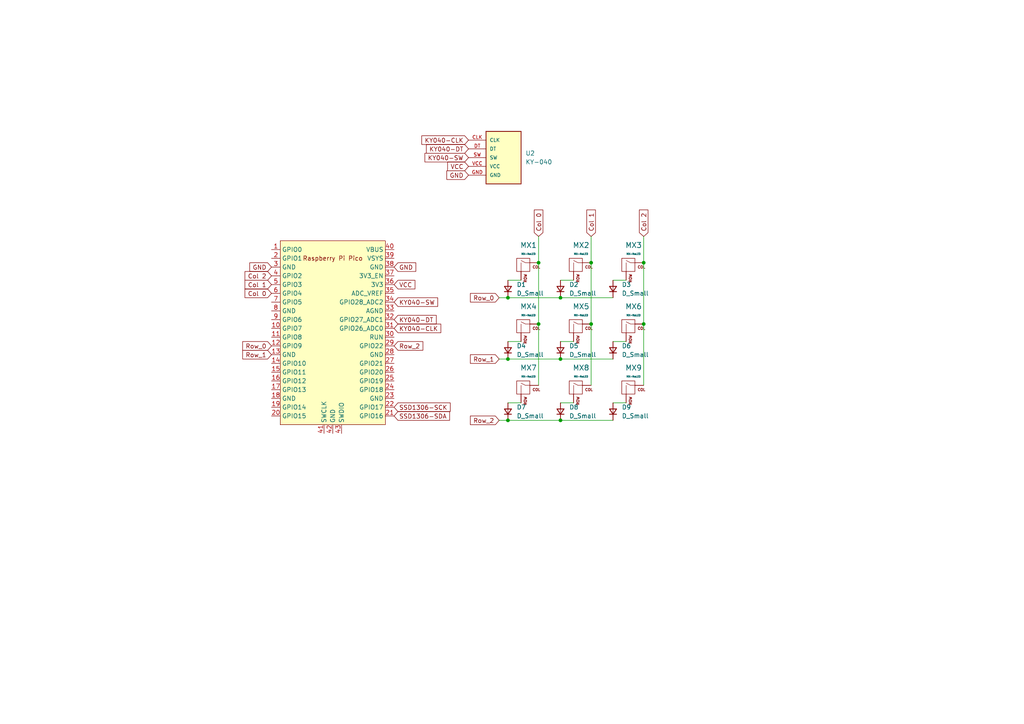
<source format=kicad_sch>
(kicad_sch (version 20230121) (generator eeschema)
  (paper "A4")
  (lib_symbols
    (symbol "Device:D_Small" (pin_numbers hide) (pin_names (offset 0.254) hide)
      (property "Reference" "D" (at -1.27 2.032 0))
      (property "Value" "D_Small" (at -3.81 -2.032 0))
      (symbol "D_Small_0_1"
        (polyline (pts (xy -0.762 -1.016) (xy -0.762 1.016)) (stroke (width 0.254)))
        (polyline (pts (xy -0.762 0) (xy 0.762 0)))
        (polyline (pts (xy 0.762 -1.016) (xy -0.762 0) (xy 0.762 1.016) (xy 0.762 -1.016)) (stroke (width 0.254)))
      )
      (symbol "D_Small_1_1"
        (pin passive line (at -2.54 0 0) (length 1.778) (name "K") (number "1"))
        (pin passive line (at 2.54 0 180) (length 1.778) (name "A") (number "2"))
      )
    )
    (symbol "KY-040:KY-040" (pin_names (offset 1.016))
      (property "Reference" "U" (at -5.08 10.16 0))
      (property "Value" "KY-040" (at -5.08 -12.7 0))
      (symbol "KY-040_0_0"
        (rectangle (start -5.08 -7.62) (end 5.08 7.62) (stroke (width 0.254)) (fill (type background)))
        (pin output line (at -10.16 5.08 0) (length 5.08) (name "CLK") (number "CLK"))
        (pin output line (at -10.16 2.54 0) (length 5.08) (name "DT") (number "DT"))
        (pin power_in line (at -10.16 -5.08 0) (length 5.08) (name "GND") (number "GND"))
        (pin output line (at -10.16 0 0) (length 5.08) (name "SW") (number "SW"))
        (pin power_in line (at -10.16 -2.54 0) (length 5.08) (name "VCC") (number "VCC"))
      )
    )
    (symbol "MCU_RaspberryPi_and_Boards:Pico"
      (property "Reference" "U" (at -13.97 27.94 0))
      (property "Value" "Pico" (at 0 19.05 0))
      (symbol "Pico_0_0"
        (text "Raspberry Pi Pico" (at 0 21.59 0) (effects (font (size 1.27 1.27))))
      )
      (symbol "Pico_0_1"
        (rectangle (start -15.24 26.67) (end 15.24 -26.67) (fill (type background)))
      )
      (symbol "Pico_1_1"
        (pin bidirectional line (at -17.78 24.13 0) (length 2.54) (name "GPIO0") (number "1"))
        (pin bidirectional line (at -17.78 1.27 0) (length 2.54) (name "GPIO7") (number "10"))
        (pin bidirectional line (at -17.78 -1.27 0) (length 2.54) (name "GPIO8") (number "11"))
        (pin bidirectional line (at -17.78 -3.81 0) (length 2.54) (name "GPIO9") (number "12"))
        (pin power_in line (at -17.78 -6.35 0) (length 2.54) (name "GND") (number "13"))
        (pin bidirectional line (at -17.78 -8.89 0) (length 2.54) (name "GPIO10") (number "14"))
        (pin bidirectional line (at -17.78 -11.43 0) (length 2.54) (name "GPIO11") (number "15"))
        (pin bidirectional line (at -17.78 -13.97 0) (length 2.54) (name "GPIO12") (number "16"))
        (pin bidirectional line (at -17.78 -16.51 0) (length 2.54) (name "GPIO13") (number "17"))
        (pin power_in line (at -17.78 -19.05 0) (length 2.54) (name "GND") (number "18"))
        (pin bidirectional line (at -17.78 -21.59 0) (length 2.54) (name "GPIO14") (number "19"))
        (pin bidirectional line (at -17.78 21.59 0) (length 2.54) (name "GPIO1") (number "2"))
        (pin bidirectional line (at -17.78 -24.13 0) (length 2.54) (name "GPIO15") (number "20"))
        (pin bidirectional line (at 17.78 -24.13 180) (length 2.54) (name "GPIO16") (number "21"))
        (pin bidirectional line (at 17.78 -21.59 180) (length 2.54) (name "GPIO17") (number "22"))
        (pin power_in line (at 17.78 -19.05 180) (length 2.54) (name "GND") (number "23"))
        (pin bidirectional line (at 17.78 -16.51 180) (length 2.54) (name "GPIO18") (number "24"))
        (pin bidirectional line (at 17.78 -13.97 180) (length 2.54) (name "GPIO19") (number "25"))
        (pin bidirectional line (at 17.78 -11.43 180) (length 2.54) (name "GPIO20") (number "26"))
        (pin bidirectional line (at 17.78 -8.89 180) (length 2.54) (name "GPIO21") (number "27"))
        (pin power_in line (at 17.78 -6.35 180) (length 2.54) (name "GND") (number "28"))
        (pin bidirectional line (at 17.78 -3.81 180) (length 2.54) (name "GPIO22") (number "29"))
        (pin power_in line (at -17.78 19.05 0) (length 2.54) (name "GND") (number "3"))
        (pin input line (at 17.78 -1.27 180) (length 2.54) (name "RUN") (number "30"))
        (pin bidirectional line (at 17.78 1.27 180) (length 2.54) (name "GPIO26_ADC0") (number "31"))
        (pin bidirectional line (at 17.78 3.81 180) (length 2.54) (name "GPIO27_ADC1") (number "32"))
        (pin power_in line (at 17.78 6.35 180) (length 2.54) (name "AGND") (number "33"))
        (pin bidirectional line (at 17.78 8.89 180) (length 2.54) (name "GPIO28_ADC2") (number "34"))
        (pin power_in line (at 17.78 11.43 180) (length 2.54) (name "ADC_VREF") (number "35"))
        (pin power_in line (at 17.78 13.97 180) (length 2.54) (name "3V3") (number "36"))
        (pin input line (at 17.78 16.51 180) (length 2.54) (name "3V3_EN") (number "37"))
        (pin bidirectional line (at 17.78 19.05 180) (length 2.54) (name "GND") (number "38"))
        (pin power_in line (at 17.78 21.59 180) (length 2.54) (name "VSYS") (number "39"))
        (pin bidirectional line (at -17.78 16.51 0) (length 2.54) (name "GPIO2") (number "4"))
        (pin power_in line (at 17.78 24.13 180) (length 2.54) (name "VBUS") (number "40"))
        (pin input line (at -2.54 -29.21 90) (length 2.54) (name "SWCLK") (number "41"))
        (pin power_in line (at 0 -29.21 90) (length 2.54) (name "GND") (number "42"))
        (pin bidirectional line (at 2.54 -29.21 90) (length 2.54) (name "SWDIO") (number "43"))
        (pin bidirectional line (at -17.78 13.97 0) (length 2.54) (name "GPIO3") (number "5"))
        (pin bidirectional line (at -17.78 11.43 0) (length 2.54) (name "GPIO4") (number "6"))
        (pin bidirectional line (at -17.78 8.89 0) (length 2.54) (name "GPIO5") (number "7"))
        (pin power_in line (at -17.78 6.35 0) (length 2.54) (name "GND") (number "8"))
        (pin bidirectional line (at -17.78 3.81 0) (length 2.54) (name "GPIO6") (number "9"))
      )
    )
    (symbol "MX_Alps_Hybrid:MX-NoLED" (pin_names (offset 1.016))
      (property "Reference" "MX" (at -0.635 3.81 0))
      (property "Value" "MX-NoLED" (at -0.635 1.27 0))
      (symbol "MX-NoLED_0_0"
        (rectangle (start -2.54 2.54) (end 1.27 -1.27))
        (polyline (pts (xy -1.27 -1.27) (xy -1.27 1.27)) (stroke (width 0.127)))
        (polyline (pts (xy 1.27 1.27) (xy 0 1.27) (xy -1.27 1.905)) (stroke (width 0.127)))
        (text "COL" (at 3.175 0 0) (effects (font (size 0.762 0.762))))
        (text "ROW" (at 0 -1.905 900) (effects (font (size 0.762 0.762)) (justify right)))
      )
      (symbol "MX-NoLED_1_1"
        (pin passive line (at 3.81 1.27 180) (length 2.54) (name "COL") (number "1"))
        (pin passive line (at -1.27 -3.81 90) (length 2.54) (name "ROW") (number "2"))
      )
    )
  )
  (junction (at 156.21 93.98))
  (junction (at 171.45 93.98))
  (junction (at 162.56 121.92))
  (junction (at 156.21 76.2))
  (junction (at 186.69 93.98))
  (junction (at 147.32 86.36))
  (junction (at 186.69 76.2))
  (junction (at 162.56 86.36))
  (junction (at 147.32 104.14))
  (junction (at 162.56 104.14))
  (junction (at 171.45 76.2))
  (junction (at 147.32 121.92))
  (wire (pts (xy 186.69 76.2) (xy 186.69 93.98)))
  (wire (pts (xy 147.32 99.06) (xy 151.13 99.06)))
  (wire (pts (xy 171.45 93.98) (xy 171.45 111.76)))
  (wire (pts (xy 171.45 68.58) (xy 171.45 76.2)))
  (wire (pts (xy 162.56 99.06) (xy 166.37 99.06)))
  (wire (pts (xy 156.21 76.2) (xy 156.21 93.98)))
  (wire (pts (xy 162.56 121.92) (xy 177.8 121.92)))
  (wire (pts (xy 186.69 68.58) (xy 186.69 76.2)))
  (wire (pts (xy 144.78 104.14) (xy 147.32 104.14)))
  (wire (pts (xy 171.45 76.2) (xy 171.45 93.98)))
  (wire (pts (xy 156.21 93.98) (xy 156.21 111.76)))
  (wire (pts (xy 162.56 104.14) (xy 177.8 104.14)))
  (wire (pts (xy 147.32 86.36) (xy 162.56 86.36)))
  (wire (pts (xy 156.21 68.58) (xy 156.21 76.2)))
  (wire (pts (xy 177.8 116.84) (xy 181.61 116.84)))
  (wire (pts (xy 162.56 86.36) (xy 177.8 86.36)))
  (wire (pts (xy 177.8 81.28) (xy 181.61 81.28)))
  (wire (pts (xy 147.32 104.14) (xy 162.56 104.14)))
  (wire (pts (xy 144.78 121.92) (xy 147.32 121.92)))
  (wire (pts (xy 177.8 99.06) (xy 181.61 99.06)))
  (wire (pts (xy 162.56 81.28) (xy 166.37 81.28)))
  (wire (pts (xy 186.69 93.98) (xy 186.69 111.76)))
  (wire (pts (xy 147.32 81.28) (xy 151.13 81.28)))
  (wire (pts (xy 144.78 86.36) (xy 147.32 86.36)))
  (wire (pts (xy 147.32 121.92) (xy 162.56 121.92)))
  (wire (pts (xy 147.32 116.84) (xy 151.13 116.84)))
  (wire (pts (xy 162.56 116.84) (xy 166.37 116.84)))
  (global_label "Col 2" (shape input) (at 186.69 68.58 90) (property "Intersheetrefs" "${INTERSHEET_REFS}" (effects hide)))
  (global_label "Row_0" (shape input) (at 144.78 86.36 180) (property "Intersheetrefs" "${INTERSHEET_REFS}" (effects hide)))
  (global_label "Col 0" (shape input) (at 78.74 85.09 180) (property "Intersheetrefs" "${INTERSHEET_REFS}" (effects hide)))
  (global_label "GND" (shape input) (at 78.74 77.47 180) (property "Intersheetrefs" "${INTERSHEET_REFS}" (effects hide)))
  (global_label "Col 1" (shape input) (at 171.45 68.58 90) (property "Intersheetrefs" "${INTERSHEET_REFS}" (effects hide)))
  (global_label "Row_0" (shape input) (at 78.74 100.33 180) (property "Intersheetrefs" "${INTERSHEET_REFS}" (effects hide)))
  (global_label "KY040-SW" (shape input) (at 114.3 87.63 0) (property "Intersheetrefs" "${INTERSHEET_REFS}" (effects hide)))
  (global_label "VCC" (shape input) (at 114.3 82.55 0) (property "Intersheetrefs" "${INTERSHEET_REFS}" (effects hide)))
  (global_label "Row_2" (shape input) (at 114.3 100.33 0) (property "Intersheetrefs" "${INTERSHEET_REFS}" (effects hide)))
  (global_label "GND" (shape input) (at 114.3 77.47 0) (property "Intersheetrefs" "${INTERSHEET_REFS}" (effects hide)))
  (global_label "Row_1" (shape input) (at 144.78 104.14 180) (property "Intersheetrefs" "${INTERSHEET_REFS}" (effects hide)))
  (global_label "KY040-DT" (shape input) (at 114.3 92.71 0) (property "Intersheetrefs" "${INTERSHEET_REFS}" (effects hide)))
  (global_label "KY040-CLK" (shape input) (at 114.3 95.25 0) (property "Intersheetrefs" "${INTERSHEET_REFS}" (effects hide)))
  (global_label "Col 1" (shape input) (at 78.74 82.55 180) (property "Intersheetrefs" "${INTERSHEET_REFS}" (effects hide)))
  (global_label "SSD1306-SDA" (shape input) (at 114.3 120.65 0) (property "Intersheetrefs" "${INTERSHEET_REFS}" (effects hide)))
  (global_label "SSD1306-SCK" (shape input) (at 114.3 118.11 0) (property "Intersheetrefs" "${INTERSHEET_REFS}" (effects hide)))
  (global_label "KY040-DT" (shape input) (at 135.89 43.18 180) (property "Intersheetrefs" "${INTERSHEET_REFS}" (effects hide)))
  (global_label "Row_2" (shape input) (at 144.78 121.92 180) (property "Intersheetrefs" "${INTERSHEET_REFS}" (effects hide)))
  (global_label "Col 2" (shape input) (at 78.74 80.01 180) (property "Intersheetrefs" "${INTERSHEET_REFS}" (effects hide)))
  (global_label "Row_1" (shape input) (at 78.74 102.87 180) (property "Intersheetrefs" "${INTERSHEET_REFS}" (effects hide)))
  (global_label "Col 0" (shape input) (at 156.21 68.58 90) (property "Intersheetrefs" "${INTERSHEET_REFS}" (effects hide)))
  (global_label "KY040-SW" (shape input) (at 135.89 45.72 180) (property "Intersheetrefs" "${INTERSHEET_REFS}" (effects hide)))
  (global_label "GND" (shape input) (at 135.89 50.8 180) (property "Intersheetrefs" "${INTERSHEET_REFS}" (effects hide)))
  (global_label "VCC" (shape input) (at 135.89 48.26 180) (property "Intersheetrefs" "${INTERSHEET_REFS}" (effects hide)))
  (global_label "KY040-CLK" (shape input) (at 135.89 40.64 180) (property "Intersheetrefs" "${INTERSHEET_REFS}" (effects hide)))
  (symbol (lib_id "MCU_RaspberryPi_and_Boards:Pico") (at 96.52 96.52 0) (unit 1)
    (property "Reference" "U1" (effects hide))
    (property "Value" "Pico" (effects hide))
    (property "Footprint" "MCU_RaspberryPi_and_Boards:RPi_Pico_SMD_TH" (effects hide))
  )
  (symbol (lib_id "Device:D_Small") (at 147.32 119.38 90) (unit 1)
    (property "Reference" "D7" (at 149.86 118.11 90) (effects (justify right)))
    (property "Value" "D_Small" (at 149.86 120.65 90) (effects (justify right)))
    (property "Footprint" "Diode_SMD:D_SOD-123" (effects hide))
    (property "Sim.Device" "D" (effects hide))
    (property "Sim.Pins" "1=K 2=A" (effects hide))
  )
  (symbol (lib_id "Device:D_Small") (at 177.8 101.6 90) (unit 1)
    (property "Reference" "D6" (at 180.34 100.33 90) (effects (justify right)))
    (property "Value" "D_Small" (at 180.34 102.87 90) (effects (justify right)))
    (property "Footprint" "Diode_SMD:D_SOD-123" (effects hide))
    (property "Sim.Device" "D" (effects hide))
    (property "Sim.Pins" "1=K 2=A" (effects hide))
  )
  (symbol (lib_id "MX_Alps_Hybrid:MX-NoLED") (at 167.64 77.47 0) (unit 1)
    (property "Reference" "MX2" (at 168.5352 71.12 0) (effects (font (size 1.524 1.524))))
    (property "Value" "MX-NoLED" (at 168.5352 73.66 0) (effects (font (size 0.508 0.508))))
    (property "Footprint" "MX_Alps_Hybrid:MX-1U-NoLED" (effects hide))
  )
  (symbol (lib_id "MX_Alps_Hybrid:MX-NoLED") (at 182.88 113.03 0) (unit 1)
    (property "Reference" "MX9" (at 183.7752 106.68 0) (effects (font (size 1.524 1.524))))
    (property "Value" "MX-NoLED" (at 183.7752 109.22 0) (effects (font (size 0.508 0.508))))
    (property "Footprint" "MX_Alps_Hybrid:MX-1U-NoLED" (effects hide))
  )
  (symbol (lib_id "MX_Alps_Hybrid:MX-NoLED") (at 167.64 113.03 0) (unit 1)
    (property "Reference" "MX8" (at 168.5352 106.68 0) (effects (font (size 1.524 1.524))))
    (property "Value" "MX-NoLED" (at 168.5352 109.22 0) (effects (font (size 0.508 0.508))))
    (property "Footprint" "MX_Alps_Hybrid:MX-1U-NoLED" (effects hide))
  )
  (symbol (lib_id "KY-040:KY-040") (at 146.05 45.72 0) (unit 1)
    (property "Reference" "U2" (at 152.4 44.45 0) (effects (justify left)))
    (property "Value" "KY-040" (at 152.4 46.99 0) (effects (justify left)))
    (property "Footprint" "KY-040:KY-040-PORT" (effects hide))
    (property "MF" "Joy-IT" (effects hide))
    (property "Description" "\nKY-5.0-4P Green(RAL6018/T) ; CONTACT WITH TIN PLATED MARK\n" (effects hide))
    (property "Package" "Package" (effects hide))
    (property "Price" "None" (effects hide))
    (property "SnapEDA_Link" "https://www.snapeda.com/parts/KY-040/Joy-IT/view-part/?ref=snap" (effects hide))
    (property "MP" "KY-040" (effects hide))
    (property "Availability" "Not in stock" (effects hide))
    (property "Check_prices" "https://www.snapeda.com/parts/KY-040/Joy-IT/view-part/?ref=eda" (effects hide))
  )
  (symbol (lib_id "Device:D_Small") (at 162.56 119.38 90) (unit 1)
    (property "Reference" "D8" (at 165.1 118.11 90) (effects (justify right)))
    (property "Value" "D_Small" (at 165.1 120.65 90) (effects (justify right)))
    (property "Footprint" "Diode_SMD:D_SOD-123" (effects hide))
    (property "Sim.Device" "D" (effects hide))
    (property "Sim.Pins" "1=K 2=A" (effects hide))
  )
  (symbol (lib_id "Device:D_Small") (at 177.8 119.38 90) (unit 1)
    (property "Reference" "D9" (at 180.34 118.11 90) (effects (justify right)))
    (property "Value" "D_Small" (at 180.34 120.65 90) (effects (justify right)))
    (property "Footprint" "Diode_SMD:D_SOD-123" (effects hide))
    (property "Sim.Device" "D" (effects hide))
    (property "Sim.Pins" "1=K 2=A" (effects hide))
  )
  (symbol (lib_id "MX_Alps_Hybrid:MX-NoLED") (at 182.88 95.25 0) (unit 1)
    (property "Reference" "MX6" (at 183.7752 88.9 0) (effects (font (size 1.524 1.524))))
    (property "Value" "MX-NoLED" (at 183.7752 91.44 0) (effects (font (size 0.508 0.508))))
    (property "Footprint" "MX_Alps_Hybrid:MX-1U-NoLED" (effects hide))
  )
  (symbol (lib_id "Device:D_Small") (at 147.32 83.82 90) (unit 1)
    (property "Reference" "D1" (at 149.86 82.55 90) (effects (justify right)))
    (property "Value" "D_Small" (at 149.86 85.09 90) (effects (justify right)))
    (property "Footprint" "Diode_SMD:D_SOD-123" (effects hide))
    (property "Sim.Device" "D" (effects hide))
    (property "Sim.Pins" "1=K 2=A" (effects hide))
  )
  (symbol (lib_id "Device:D_Small") (at 162.56 101.6 90) (unit 1)
    (property "Reference" "D5" (at 165.1 100.33 90) (effects (justify right)))
    (property "Value" "D_Small" (at 165.1 102.87 90) (effects (justify right)))
    (property "Footprint" "Diode_SMD:D_SOD-123" (effects hide))
    (property "Sim.Device" "D" (effects hide))
    (property "Sim.Pins" "1=K 2=A" (effects hide))
  )
  (symbol (lib_id "Device:D_Small") (at 177.8 83.82 90) (unit 1)
    (property "Reference" "D3" (at 180.34 82.55 90) (effects (justify right)))
    (property "Value" "D_Small" (at 180.34 85.09 90) (effects (justify right)))
    (property "Footprint" "Diode_SMD:D_SOD-123" (effects hide))
    (property "Sim.Device" "D" (effects hide))
    (property "Sim.Pins" "1=K 2=A" (effects hide))
  )
  (symbol (lib_id "MX_Alps_Hybrid:MX-NoLED") (at 152.4 113.03 0) (unit 1)
    (property "Reference" "MX7" (at 153.2952 106.68 0) (effects (font (size 1.524 1.524))))
    (property "Value" "MX-NoLED" (at 153.2952 109.22 0) (effects (font (size 0.508 0.508))))
    (property "Footprint" "MX_Alps_Hybrid:MX-1U-NoLED" (effects hide))
  )
  (symbol (lib_id "MX_Alps_Hybrid:MX-NoLED") (at 152.4 95.25 0) (unit 1)
    (property "Reference" "MX4" (at 153.2952 88.9 0) (effects (font (size 1.524 1.524))))
    (property "Value" "MX-NoLED" (at 153.2952 91.44 0) (effects (font (size 0.508 0.508))))
    (property "Footprint" "MX_Alps_Hybrid:MX-1U-NoLED" (effects hide))
  )
  (symbol (lib_id "MX_Alps_Hybrid:MX-NoLED") (at 152.4 77.47 0) (unit 1)
    (property "Reference" "MX1" (at 153.2952 71.12 0) (effects (font (size 1.524 1.524))))
    (property "Value" "MX-NoLED" (at 153.2952 73.66 0) (effects (font (size 0.508 0.508))))
    (property "Footprint" "MX_Alps_Hybrid:MX-1U-NoLED" (effects hide))
  )
  (symbol (lib_id "Device:D_Small") (at 147.32 101.6 90) (unit 1)
    (property "Reference" "D4" (at 149.86 100.33 90) (effects (justify right)))
    (property "Value" "D_Small" (at 149.86 102.87 90) (effects (justify right)))
    (property "Footprint" "Diode_SMD:D_SOD-123" (effects hide))
    (property "Sim.Device" "D" (effects hide))
    (property "Sim.Pins" "1=K 2=A" (effects hide))
  )
  (symbol (lib_id "MX_Alps_Hybrid:MX-NoLED") (at 167.64 95.25 0) (unit 1)
    (property "Reference" "MX5" (at 168.5352 88.9 0) (effects (font (size 1.524 1.524))))
    (property "Value" "MX-NoLED" (at 168.5352 91.44 0) (effects (font (size 0.508 0.508))))
    (property "Footprint" "MX_Alps_Hybrid:MX-1U-NoLED" (effects hide))
  )
  (symbol (lib_id "MX_Alps_Hybrid:MX-NoLED") (at 182.88 77.47 0) (unit 1)
    (property "Reference" "MX3" (at 183.7752 71.12 0) (effects (font (size 1.524 1.524))))
    (property "Value" "MX-NoLED" (at 183.7752 73.66 0) (effects (font (size 0.508 0.508))))
    (property "Footprint" "MX_Alps_Hybrid:MX-1U-NoLED" (effects hide))
  )
  (symbol (lib_id "Device:D_Small") (at 162.56 83.82 90) (unit 1)
    (property "Reference" "D2" (at 165.1 82.55 90) (effects (justify right)))
    (property "Value" "D_Small" (at 165.1 85.09 90) (effects (justify right)))
    (property "Footprint" "Diode_SMD:D_SOD-123" (effects hide))
    (property "Sim.Device" "D" (effects hide))
    (property "Sim.Pins" "1=K 2=A" (effects hide))
  )
)
</source>
